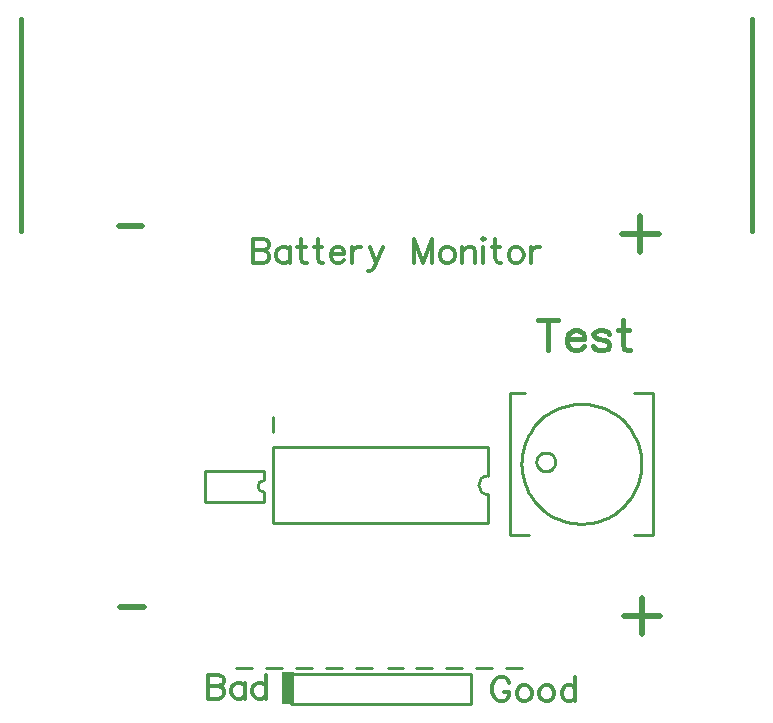
<source format=gbr>
G04 DipTrace 3.3.1.3*
G04 TopSilk.gbr*
%MOMM*%
G04 #@! TF.FileFunction,Legend,Top*
G04 #@! TF.Part,Single*
%ADD10C,0.25*%
%ADD15C,0.4*%
%ADD48C,0.54902*%
%ADD49C,0.39216*%
%ADD50C,0.31373*%
%FSLAX35Y35*%
G04*
G71*
G90*
G75*
G01*
G04 TopSilk*
%LPD*%
X3441427Y2524823D2*
D10*
Y2394923D1*
X4274450Y398677D2*
X4144550D1*
X4544323D2*
X4414423D1*
X4782450D2*
X4652550D1*
X5036450D2*
X4906550D1*
X5290450D2*
X5160550D1*
X5544450D2*
X5414550D1*
X4020450D2*
X3890550D1*
X3766450D2*
X3636550D1*
X3512450D2*
X3382550D1*
X3258450D2*
X3128550D1*
X5262325Y2265625D2*
X3442422D1*
X5262325Y1625629D2*
X3442422D1*
Y2265625D2*
Y1625629D1*
X5262325Y2265625D2*
Y2025655D1*
Y1865599D2*
Y1625629D1*
Y2025655D2*
G03X5262325Y1865599I134J-80028D01*
G01*
X3364128Y2065895D2*
X2864118D1*
X3364128Y1805859D2*
X2864118D1*
Y2065895D2*
Y1805859D1*
X3364128Y1985901D2*
Y2065895D1*
Y1885853D2*
Y1805859D1*
Y1985901D2*
G03X3364128Y1885853I23J-50024D01*
G01*
X3590373Y94500D2*
X5114373D1*
X3590373Y348500D2*
X5114373D1*
X3590373Y94500D2*
Y348500D1*
X5114373Y94500D2*
Y348500D1*
X5542993Y2126500D2*
X5544230Y2161940D1*
X5547937Y2197207D1*
X5554095Y2232130D1*
X5562674Y2266538D1*
X5573632Y2300264D1*
X5586917Y2333143D1*
X5602462Y2365016D1*
X5620193Y2395727D1*
X5640023Y2425125D1*
X5661856Y2453070D1*
X5685584Y2479423D1*
X5711093Y2504056D1*
X5738259Y2526850D1*
X5766948Y2547694D1*
X5797021Y2566486D1*
X5828332Y2583134D1*
X5860728Y2597558D1*
X5894052Y2609686D1*
X5928140Y2619461D1*
X5962827Y2626834D1*
X5997944Y2631769D1*
X6033319Y2634243D1*
X6068781D1*
X6104156Y2631769D1*
X6139273Y2626834D1*
X6173960Y2619461D1*
X6208048Y2609686D1*
X6241372Y2597558D1*
X6273768Y2583134D1*
X6305079Y2566486D1*
X6335152Y2547694D1*
X6363841Y2526850D1*
X6391007Y2504056D1*
X6416516Y2479423D1*
X6440244Y2453070D1*
X6462077Y2425125D1*
X6481907Y2395727D1*
X6499638Y2365016D1*
X6515183Y2333143D1*
X6528468Y2300264D1*
X6539426Y2266538D1*
X6548005Y2232130D1*
X6554163Y2197207D1*
X6557870Y2161940D1*
X6559107Y2126500D1*
X6557870Y2091060D1*
X6554163Y2055793D1*
X6548005Y2020870D1*
X6539426Y1986462D1*
X6528468Y1952736D1*
X6515183Y1919857D1*
X6499638Y1887984D1*
X6481907Y1857273D1*
X6462077Y1827875D1*
X6440244Y1799930D1*
X6416516Y1773577D1*
X6391007Y1748944D1*
X6363841Y1726150D1*
X6335152Y1705306D1*
X6305079Y1686514D1*
X6273768Y1669866D1*
X6241372Y1655442D1*
X6208048Y1643314D1*
X6173960Y1633539D1*
X6139273Y1626166D1*
X6104156Y1621231D1*
X6068781Y1618757D1*
X6033319D1*
X5997944Y1621231D1*
X5962827Y1626166D1*
X5928140Y1633539D1*
X5894052Y1643314D1*
X5860728Y1655442D1*
X5828332Y1669866D1*
X5797021Y1686514D1*
X5766948Y1705306D1*
X5738259Y1726150D1*
X5711093Y1748944D1*
X5685584Y1773577D1*
X5661856Y1799930D1*
X5640023Y1827875D1*
X5620193Y1857273D1*
X5602462Y1887984D1*
X5586917Y1919857D1*
X5573632Y1952736D1*
X5562674Y1986462D1*
X5554095Y2020870D1*
X5547937Y2055793D1*
X5544230Y2091060D1*
X5542993Y2126500D1*
X5670037Y2142436D2*
X5670231Y2147972D1*
X5670810Y2153481D1*
X5671772Y2158936D1*
X5673113Y2164311D1*
X5674825Y2169579D1*
X5676901Y2174716D1*
X5679330Y2179694D1*
X5682100Y2184492D1*
X5685199Y2189084D1*
X5688610Y2193449D1*
X5692318Y2197566D1*
X5696304Y2201414D1*
X5700549Y2204975D1*
X5705032Y2208231D1*
X5709731Y2211166D1*
X5714624Y2213767D1*
X5719686Y2216020D1*
X5724893Y2217915D1*
X5730219Y2219442D1*
X5735639Y2220593D1*
X5741127Y2221364D1*
X5746654Y2221751D1*
X5752196D1*
X5757723Y2221364D1*
X5763211Y2220593D1*
X5768631Y2219442D1*
X5773957Y2217915D1*
X5779164Y2216020D1*
X5784226Y2213767D1*
X5789119Y2211166D1*
X5793818Y2208231D1*
X5798301Y2204975D1*
X5802546Y2201414D1*
X5806532Y2197566D1*
X5810240Y2193449D1*
X5813651Y2189084D1*
X5816750Y2184492D1*
X5819520Y2179694D1*
X5821949Y2174716D1*
X5824025Y2169579D1*
X5825737Y2164311D1*
X5827078Y2158936D1*
X5828040Y2153481D1*
X5828619Y2147972D1*
X5828813Y2142436D1*
X5828619Y2136899D1*
X5828040Y2131390D1*
X5827078Y2125935D1*
X5825737Y2120560D1*
X5824025Y2115292D1*
X5821949Y2110155D1*
X5819520Y2105177D1*
X5816750Y2100379D1*
X5813651Y2095787D1*
X5810240Y2091422D1*
X5806532Y2087305D1*
X5802546Y2083457D1*
X5798301Y2079896D1*
X5793818Y2076640D1*
X5789119Y2073705D1*
X5784226Y2071104D1*
X5779164Y2068851D1*
X5773957Y2066956D1*
X5768631Y2065429D1*
X5763211Y2064278D1*
X5757723Y2063507D1*
X5752196Y2063120D1*
X5746654D1*
X5741127Y2063507D1*
X5735639Y2064278D1*
X5730219Y2065429D1*
X5724893Y2066956D1*
X5719686Y2068851D1*
X5714624Y2071104D1*
X5709731Y2073705D1*
X5705032Y2076640D1*
X5700549Y2079896D1*
X5696304Y2083457D1*
X5692318Y2087305D1*
X5688610Y2091422D1*
X5685199Y2095787D1*
X5682100Y2100379D1*
X5679330Y2105177D1*
X5676901Y2110155D1*
X5674825Y2115292D1*
X5673113Y2120560D1*
X5671772Y2125935D1*
X5670810Y2131390D1*
X5670231Y2136899D1*
X5670037Y2142436D1*
X5606575Y1523306D2*
X5447800D1*
Y2729694D1*
X5574844D1*
X6495525D2*
X6654300D1*
Y1523306D1*
X6495525D1*
G36*
X3520000Y360000D2*
X3620000D1*
Y90000D1*
X3520000D1*
Y360000D1*
G37*
X1304373Y4095000D2*
D15*
Y5888873D1*
X7495623Y4095000D2*
Y5888873D1*
X6550751Y4223250D2*
D48*
Y3917043D1*
X6397844Y4069950D2*
X6704051D1*
X2137844Y4140146D2*
X2334383D1*
X6560751Y993250D2*
Y687043D1*
X6407844Y839950D2*
X6714051D1*
X2147844Y910146D2*
X2344383D1*
X5765074Y3343457D2*
D49*
Y3088237D1*
X5680001Y3343457D2*
X5850147D1*
X5928579Y3185383D2*
X6074298D1*
Y3209810D1*
X6062225Y3234237D1*
X6050152Y3246310D1*
X6025725Y3258383D1*
X5989225D1*
X5965079Y3246310D1*
X5940652Y3221883D1*
X5928579Y3185383D1*
Y3161237D1*
X5940652Y3124737D1*
X5965079Y3100591D1*
X5989225Y3088237D1*
X6025725D1*
X6050152Y3100591D1*
X6074298Y3124737D1*
X6286375Y3221883D2*
X6274302Y3246310D1*
X6237802Y3258383D1*
X6201302D1*
X6164802Y3246310D1*
X6152729Y3221883D1*
X6164802Y3197737D1*
X6189229Y3185383D1*
X6249875Y3173310D1*
X6274302Y3161237D1*
X6286375Y3136810D1*
Y3124737D1*
X6274302Y3100591D1*
X6237802Y3088237D1*
X6201302D1*
X6164802Y3100591D1*
X6152729Y3124737D1*
X6401307Y3343457D2*
Y3136810D1*
X6413380Y3100591D1*
X6437807Y3088237D1*
X6461953D1*
X6364807Y3258383D2*
X6449880D1*
X5441855Y272170D2*
D50*
X5432197Y291487D1*
X5412655Y311028D1*
X5393338Y320687D1*
X5354480D1*
X5334938Y311028D1*
X5315621Y291487D1*
X5305738Y272170D1*
X5296080Y242970D1*
Y194228D1*
X5305738Y165253D1*
X5315621Y145711D1*
X5334938Y126394D1*
X5354480Y116511D1*
X5393338D1*
X5412655Y126394D1*
X5432197Y145711D1*
X5441855Y165253D1*
Y194228D1*
X5393338D1*
X5553117Y252628D2*
X5533800Y242970D1*
X5514259Y223428D1*
X5504600Y194228D1*
Y174911D1*
X5514259Y145711D1*
X5533800Y126394D1*
X5553117Y116511D1*
X5582317D1*
X5601859Y126394D1*
X5621175Y145711D1*
X5631059Y174911D1*
Y194228D1*
X5621175Y223428D1*
X5601859Y242970D1*
X5582317Y252628D1*
X5553117D1*
X5742321D2*
X5723004Y242970D1*
X5703462Y223428D1*
X5693804Y194228D1*
Y174911D1*
X5703462Y145711D1*
X5723004Y126394D1*
X5742321Y116511D1*
X5771521D1*
X5791062Y126394D1*
X5810379Y145711D1*
X5820262Y174911D1*
Y194228D1*
X5810379Y223428D1*
X5791062Y242970D1*
X5771521Y252628D1*
X5742321D1*
X5999583Y320687D2*
Y116511D1*
Y223428D2*
X5980266Y242970D1*
X5960724Y252628D1*
X5931524D1*
X5912207Y242970D1*
X5892666Y223428D1*
X5883007Y194228D1*
Y174911D1*
X5892666Y145711D1*
X5912207Y126394D1*
X5931524Y116511D1*
X5960724D1*
X5980266Y126394D1*
X5999583Y145711D1*
X2886080Y340687D2*
Y136511D1*
X2973680D1*
X3002880Y146394D1*
X3012538Y156053D1*
X3022197Y175370D1*
Y204570D1*
X3012538Y224111D1*
X3002880Y233770D1*
X2973680Y243428D1*
X3002880Y253311D1*
X3012538Y262970D1*
X3022197Y282287D1*
Y301828D1*
X3012538Y321145D1*
X3002880Y331028D1*
X2973680Y340687D1*
X2886080D1*
Y243428D2*
X2973680D1*
X3201517Y272628D2*
Y136511D1*
Y243428D2*
X3182200Y262970D1*
X3162659Y272628D1*
X3133683D1*
X3114142Y262970D1*
X3094825Y243428D1*
X3084942Y214228D1*
Y194911D1*
X3094825Y165711D1*
X3114142Y146394D1*
X3133683Y136511D1*
X3162659D1*
X3182200Y146394D1*
X3201517Y165711D1*
X3380837Y340687D2*
Y136511D1*
Y243428D2*
X3361521Y262970D1*
X3341979Y272628D1*
X3312779D1*
X3293462Y262970D1*
X3273921Y243428D1*
X3264262Y214228D1*
Y194911D1*
X3273921Y165711D1*
X3293462Y146394D1*
X3312779Y136511D1*
X3341979D1*
X3361521Y146394D1*
X3380837Y165711D1*
X3268953Y4029813D2*
Y3825638D1*
X3356553D1*
X3385753Y3835521D1*
X3395411Y3845179D1*
X3405070Y3864496D1*
Y3893696D1*
X3395411Y3913238D1*
X3385753Y3922896D1*
X3356553Y3932555D1*
X3385753Y3942438D1*
X3395411Y3952096D1*
X3405070Y3971413D1*
Y3990955D1*
X3395411Y4010272D1*
X3385753Y4020155D1*
X3356553Y4029813D1*
X3268953D1*
Y3932555D2*
X3356553D1*
X3584390Y3961755D2*
Y3825638D1*
Y3932555D2*
X3565073Y3952096D1*
X3545532Y3961755D1*
X3516557D1*
X3497015Y3952096D1*
X3477698Y3932555D1*
X3467815Y3903355D1*
Y3884038D1*
X3477698Y3854838D1*
X3497015Y3835521D1*
X3516557Y3825638D1*
X3545532D1*
X3565073Y3835521D1*
X3584390Y3854838D1*
X3676335Y4029813D2*
Y3864496D1*
X3685994Y3835521D1*
X3705535Y3825638D1*
X3724852D1*
X3647135Y3961755D2*
X3715194D1*
X3816797Y4029813D2*
Y3864496D1*
X3826456Y3835521D1*
X3845997Y3825638D1*
X3865314D1*
X3787597Y3961755D2*
X3855656D1*
X3928059Y3903355D2*
X4044635D1*
Y3922896D1*
X4034976Y3942438D1*
X4025318Y3952096D1*
X4005776Y3961755D1*
X3976576D1*
X3957259Y3952096D1*
X3937718Y3932555D1*
X3928059Y3903355D1*
Y3884038D1*
X3937718Y3854838D1*
X3957259Y3835521D1*
X3976576Y3825638D1*
X4005776D1*
X4025318Y3835521D1*
X4044635Y3854838D1*
X4107380Y3961755D2*
Y3825638D1*
Y3903355D2*
X4117263Y3932555D1*
X4136580Y3952096D1*
X4156122Y3961755D1*
X4185322D1*
X4257950D2*
X4316125Y3825638D1*
X4296808Y3786779D1*
X4277267Y3767238D1*
X4257950Y3757579D1*
X4248067D1*
X4374525Y3961755D2*
X4316125Y3825638D1*
X4790218D2*
Y4029813D1*
X4712501Y3825638D1*
X4634784Y4029813D1*
Y3825638D1*
X4901480Y3961755D2*
X4882163Y3952096D1*
X4862622Y3932555D1*
X4852963Y3903355D1*
Y3884038D1*
X4862622Y3854838D1*
X4882163Y3835521D1*
X4901480Y3825638D1*
X4930680D1*
X4950222Y3835521D1*
X4969539Y3854838D1*
X4979422Y3884038D1*
Y3903355D1*
X4969539Y3932555D1*
X4950222Y3952096D1*
X4930680Y3961755D1*
X4901480D1*
X5042167D2*
Y3825638D1*
Y3922896D2*
X5071367Y3952096D1*
X5090909Y3961755D1*
X5119884D1*
X5139425Y3952096D1*
X5149084Y3922896D1*
Y3825638D1*
X5211829Y4029813D2*
X5221487Y4020155D1*
X5231371Y4029813D1*
X5221487Y4039696D1*
X5211829Y4029813D1*
X5221487Y3961755D2*
Y3825638D1*
X5323316Y4029813D2*
Y3864496D1*
X5332974Y3835521D1*
X5352516Y3825638D1*
X5371833D1*
X5294116Y3961755D2*
X5362174D1*
X5483095D2*
X5463778Y3952096D1*
X5444236Y3932555D1*
X5434578Y3903355D1*
Y3884038D1*
X5444236Y3854838D1*
X5463778Y3835521D1*
X5483095Y3825638D1*
X5512295D1*
X5531836Y3835521D1*
X5551153Y3854838D1*
X5561036Y3884038D1*
Y3903355D1*
X5551153Y3932555D1*
X5531836Y3952096D1*
X5512295Y3961755D1*
X5483095D1*
X5623781D2*
Y3825638D1*
Y3903355D2*
X5633664Y3932555D1*
X5652981Y3952096D1*
X5672523Y3961755D1*
X5701723D1*
M02*

</source>
